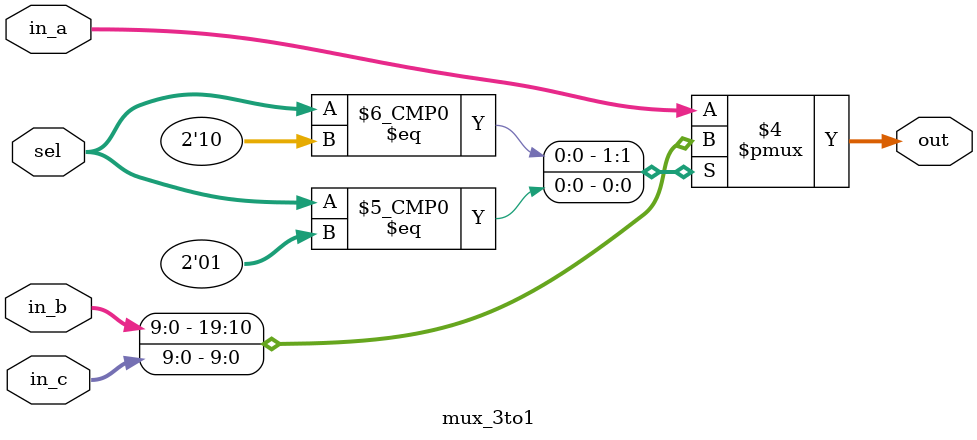
<source format=v>
`timescale 1ns / 1ps
module mux_3to1(in_a,in_b,in_c,sel,out);

parameter bus_size = 10;

input [bus_size-1:0]in_a;
input [bus_size-1:0]in_b;
input [bus_size-1:0]in_c;
input [1:0]sel;
output reg [bus_size-1:0]out;

initial out = 0;

always@(sel,in_a,in_b, in_c)
begin
	case (sel)
	2'b00: out = in_a;	
	2'b10: out = in_b;
	2'b01: out = in_c;
	default: out = in_a;
	endcase
end


endmodule

</source>
